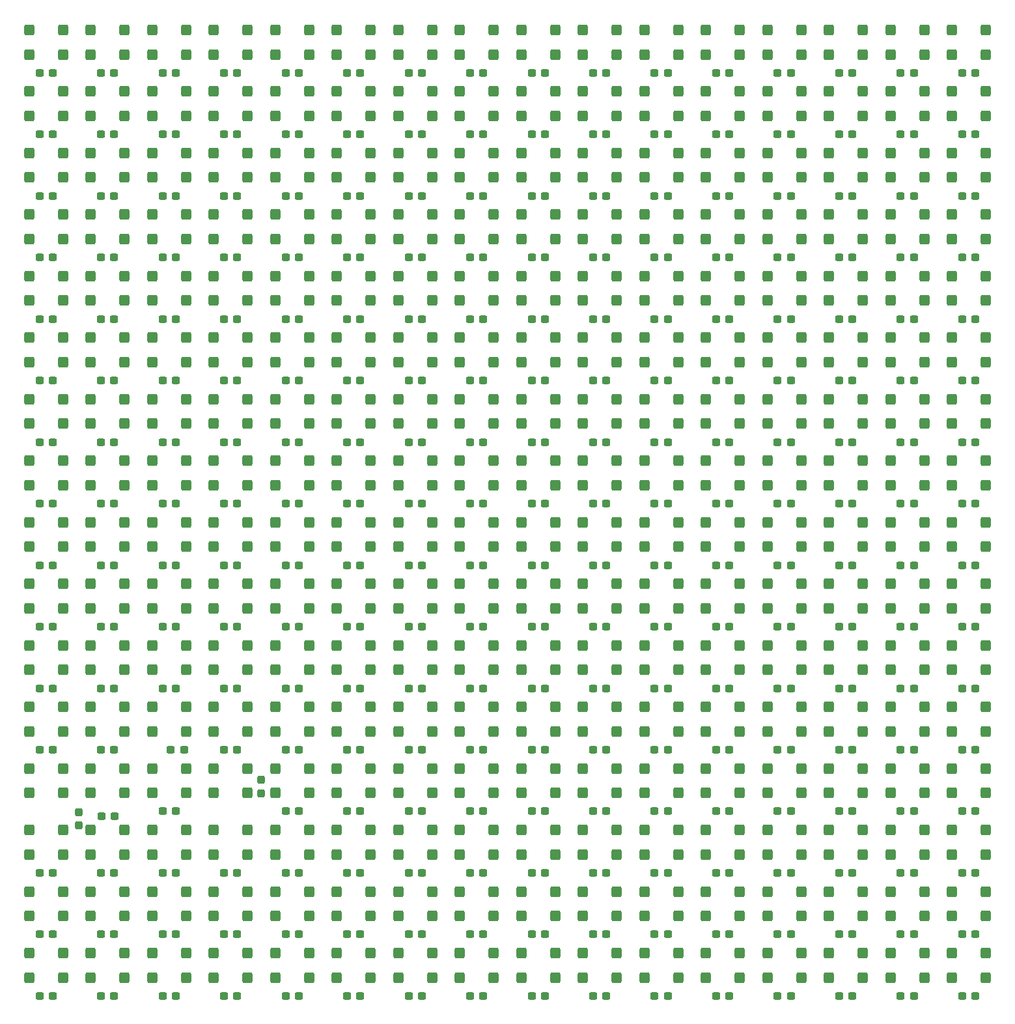
<source format=gbr>
%TF.GenerationSoftware,KiCad,Pcbnew,9.0.2*%
%TF.CreationDate,2025-08-09T14:49:17-05:00*%
%TF.ProjectId,led_matrix,6c65645f-6d61-4747-9269-782e6b696361,rev?*%
%TF.SameCoordinates,Original*%
%TF.FileFunction,Soldermask,Top*%
%TF.FilePolarity,Negative*%
%FSLAX46Y46*%
G04 Gerber Fmt 4.6, Leading zero omitted, Abs format (unit mm)*
G04 Created by KiCad (PCBNEW 9.0.2) date 2025-08-09 14:49:17*
%MOMM*%
%LPD*%
G01*
G04 APERTURE LIST*
G04 Aperture macros list*
%AMRoundRect*
0 Rectangle with rounded corners*
0 $1 Rounding radius*
0 $2 $3 $4 $5 $6 $7 $8 $9 X,Y pos of 4 corners*
0 Add a 4 corners polygon primitive as box body*
4,1,4,$2,$3,$4,$5,$6,$7,$8,$9,$2,$3,0*
0 Add four circle primitives for the rounded corners*
1,1,$1+$1,$2,$3*
1,1,$1+$1,$4,$5*
1,1,$1+$1,$6,$7*
1,1,$1+$1,$8,$9*
0 Add four rect primitives between the rounded corners*
20,1,$1+$1,$2,$3,$4,$5,0*
20,1,$1+$1,$4,$5,$6,$7,0*
20,1,$1+$1,$6,$7,$8,$9,0*
20,1,$1+$1,$8,$9,$2,$3,0*%
G04 Aperture macros list end*
%ADD10RoundRect,0.237500X0.300000X0.237500X-0.300000X0.237500X-0.300000X-0.237500X0.300000X-0.237500X0*%
%ADD11RoundRect,0.195000X0.455000X0.505000X-0.455000X0.505000X-0.455000X-0.505000X0.455000X-0.505000X0*%
%ADD12RoundRect,0.237500X0.237500X-0.300000X0.237500X0.300000X-0.237500X0.300000X-0.237500X-0.300000X0*%
%ADD13RoundRect,0.237500X-0.237500X0.300000X-0.237500X-0.300000X0.237500X-0.300000X0.237500X0.300000X0*%
G04 APERTURE END LIST*
D10*
%TO.C,C25*%
X115862500Y-45000000D03*
X114137500Y-45000000D03*
%TD*%
D11*
%TO.C,D136*%
X109200000Y-98620000D03*
X109200000Y-95420000D03*
X104800000Y-95420000D03*
X104800000Y-98620000D03*
%TD*%
D10*
%TO.C,C14*%
X155862500Y-37000000D03*
X154137500Y-37000000D03*
%TD*%
D11*
%TO.C,D235*%
X133200000Y-146620000D03*
X133200000Y-143420000D03*
X128800000Y-143420000D03*
X128800000Y-146620000D03*
%TD*%
%TO.C,D126*%
X157200000Y-90620000D03*
X157200000Y-87420000D03*
X152800000Y-87420000D03*
X152800000Y-90620000D03*
%TD*%
D10*
%TO.C,C171*%
X131862500Y-117000000D03*
X130137500Y-117000000D03*
%TD*%
%TO.C,C177*%
X51862500Y-125000000D03*
X50137500Y-125000000D03*
%TD*%
%TO.C,C61*%
X147862500Y-61000000D03*
X146137500Y-61000000D03*
%TD*%
D11*
%TO.C,D114*%
X61200000Y-90620000D03*
X61200000Y-87420000D03*
X56800000Y-87420000D03*
X56800000Y-90620000D03*
%TD*%
D10*
%TO.C,C189*%
X147862500Y-125000000D03*
X146137500Y-125000000D03*
%TD*%
D11*
%TO.C,D223*%
X165200000Y-138620000D03*
X165200000Y-135420000D03*
X160800000Y-135420000D03*
X160800000Y-138620000D03*
%TD*%
D10*
%TO.C,C245*%
X83862500Y-157000000D03*
X82137500Y-157000000D03*
%TD*%
%TO.C,C44*%
X139862500Y-53000000D03*
X138137500Y-53000000D03*
%TD*%
D11*
%TO.C,D34*%
X61200000Y-50620000D03*
X61200000Y-47420000D03*
X56800000Y-47420000D03*
X56800000Y-50620000D03*
%TD*%
%TO.C,D111*%
X165200000Y-82620000D03*
X165200000Y-79420000D03*
X160800000Y-79420000D03*
X160800000Y-82620000D03*
%TD*%
D10*
%TO.C,C49*%
X51862500Y-61000000D03*
X50137500Y-61000000D03*
%TD*%
D11*
%TO.C,D195*%
X69200000Y-130620000D03*
X69200000Y-127420000D03*
X64800000Y-127420000D03*
X64800000Y-130620000D03*
%TD*%
D10*
%TO.C,C96*%
X171862500Y-77000000D03*
X170137500Y-77000000D03*
%TD*%
%TO.C,C32*%
X171862500Y-45000000D03*
X170137500Y-45000000D03*
%TD*%
D11*
%TO.C,D35*%
X69200000Y-50620000D03*
X69200000Y-47420000D03*
X64800000Y-47420000D03*
X64800000Y-50620000D03*
%TD*%
D10*
%TO.C,C23*%
X99862500Y-45000000D03*
X98137500Y-45000000D03*
%TD*%
D11*
%TO.C,D15*%
X165200000Y-34620000D03*
X165200000Y-31420000D03*
X160800000Y-31420000D03*
X160800000Y-34620000D03*
%TD*%
D10*
%TO.C,C142*%
X155862500Y-101000000D03*
X154137500Y-101000000D03*
%TD*%
%TO.C,C22*%
X91862500Y-45000000D03*
X90137500Y-45000000D03*
%TD*%
D11*
%TO.C,D72*%
X109200000Y-66620000D03*
X109200000Y-63420000D03*
X104800000Y-63420000D03*
X104800000Y-66620000D03*
%TD*%
D10*
%TO.C,C125*%
X147862500Y-93000000D03*
X146137500Y-93000000D03*
%TD*%
%TO.C,C210*%
X59862500Y-141000000D03*
X58137500Y-141000000D03*
%TD*%
D11*
%TO.C,D96*%
X173200000Y-74620000D03*
X173200000Y-71420000D03*
X168800000Y-71420000D03*
X168800000Y-74620000D03*
%TD*%
%TO.C,D203*%
X133200000Y-130620000D03*
X133200000Y-127420000D03*
X128800000Y-127420000D03*
X128800000Y-130620000D03*
%TD*%
D10*
%TO.C,C106*%
X123862500Y-85000000D03*
X122137500Y-85000000D03*
%TD*%
%TO.C,C78*%
X155862500Y-69000000D03*
X154137500Y-69000000D03*
%TD*%
%TO.C,C34*%
X59862500Y-53000000D03*
X58137500Y-53000000D03*
%TD*%
D11*
%TO.C,D233*%
X117200000Y-146620000D03*
X117200000Y-143420000D03*
X112800000Y-143420000D03*
X112800000Y-146620000D03*
%TD*%
D10*
%TO.C,C69*%
X83862500Y-69000000D03*
X82137500Y-69000000D03*
%TD*%
D11*
%TO.C,D133*%
X85200000Y-98620000D03*
X85200000Y-95420000D03*
X80800000Y-95420000D03*
X80800000Y-98620000D03*
%TD*%
%TO.C,D98*%
X61200000Y-82620000D03*
X61200000Y-79420000D03*
X56800000Y-79420000D03*
X56800000Y-82620000D03*
%TD*%
%TO.C,D166*%
X93200000Y-114620000D03*
X93200000Y-111420000D03*
X88800000Y-111420000D03*
X88800000Y-114620000D03*
%TD*%
%TO.C,D17*%
X53200000Y-42620000D03*
X53200000Y-39420000D03*
X48800000Y-39420000D03*
X48800000Y-42620000D03*
%TD*%
D10*
%TO.C,C115*%
X67862500Y-93000000D03*
X66137500Y-93000000D03*
%TD*%
%TO.C,C20*%
X75862500Y-45000000D03*
X74137500Y-45000000D03*
%TD*%
D11*
%TO.C,D217*%
X117200000Y-138620000D03*
X117200000Y-135420000D03*
X112800000Y-135420000D03*
X112800000Y-138620000D03*
%TD*%
D10*
%TO.C,C26*%
X123862500Y-45000000D03*
X122137500Y-45000000D03*
%TD*%
D11*
%TO.C,D117*%
X85200000Y-90620000D03*
X85200000Y-87420000D03*
X80800000Y-87420000D03*
X80800000Y-90620000D03*
%TD*%
D10*
%TO.C,C101*%
X83862500Y-85000000D03*
X82137500Y-85000000D03*
%TD*%
D11*
%TO.C,D245*%
X85200000Y-154620000D03*
X85200000Y-151420000D03*
X80800000Y-151420000D03*
X80800000Y-154620000D03*
%TD*%
%TO.C,D18*%
X61200000Y-42620000D03*
X61200000Y-39420000D03*
X56800000Y-39420000D03*
X56800000Y-42620000D03*
%TD*%
%TO.C,D174*%
X157200000Y-114620000D03*
X157200000Y-111420000D03*
X152800000Y-111420000D03*
X152800000Y-114620000D03*
%TD*%
D10*
%TO.C,C229*%
X83862500Y-149000000D03*
X82137500Y-149000000D03*
%TD*%
%TO.C,C185*%
X115862500Y-125000000D03*
X114137500Y-125000000D03*
%TD*%
D11*
%TO.C,D49*%
X53200000Y-58620000D03*
X53200000Y-55420000D03*
X48800000Y-55420000D03*
X48800000Y-58620000D03*
%TD*%
D10*
%TO.C,C82*%
X59862500Y-77000000D03*
X58137500Y-77000000D03*
%TD*%
%TO.C,C199*%
X99862500Y-133000000D03*
X98137500Y-133000000D03*
%TD*%
D11*
%TO.C,D172*%
X141200000Y-114620000D03*
X141200000Y-111420000D03*
X136800000Y-111420000D03*
X136800000Y-114620000D03*
%TD*%
%TO.C,D115*%
X69200000Y-90620000D03*
X69200000Y-87420000D03*
X64800000Y-87420000D03*
X64800000Y-90620000D03*
%TD*%
%TO.C,D176*%
X173200000Y-114620000D03*
X173200000Y-111420000D03*
X168800000Y-111420000D03*
X168800000Y-114620000D03*
%TD*%
%TO.C,D107*%
X133200000Y-82620000D03*
X133200000Y-79420000D03*
X128800000Y-79420000D03*
X128800000Y-82620000D03*
%TD*%
%TO.C,D57*%
X117200000Y-58620000D03*
X117200000Y-55420000D03*
X112800000Y-55420000D03*
X112800000Y-58620000D03*
%TD*%
%TO.C,D10*%
X125200000Y-34620000D03*
X125200000Y-31420000D03*
X120800000Y-31420000D03*
X120800000Y-34620000D03*
%TD*%
%TO.C,D79*%
X165200000Y-66620000D03*
X165200000Y-63420000D03*
X160800000Y-63420000D03*
X160800000Y-66620000D03*
%TD*%
%TO.C,D134*%
X93200000Y-98620000D03*
X93200000Y-95420000D03*
X88800000Y-95420000D03*
X88800000Y-98620000D03*
%TD*%
%TO.C,D148*%
X77200000Y-106620000D03*
X77200000Y-103420000D03*
X72800000Y-103420000D03*
X72800000Y-106620000D03*
%TD*%
D10*
%TO.C,C184*%
X107862500Y-125000000D03*
X106137500Y-125000000D03*
%TD*%
D11*
%TO.C,D179*%
X69200000Y-122620000D03*
X69200000Y-119420000D03*
X64800000Y-119420000D03*
X64800000Y-122620000D03*
%TD*%
%TO.C,D73*%
X117200000Y-66620000D03*
X117200000Y-63420000D03*
X112800000Y-63420000D03*
X112800000Y-66620000D03*
%TD*%
%TO.C,D45*%
X149200000Y-50620000D03*
X149200000Y-47420000D03*
X144800000Y-47420000D03*
X144800000Y-50620000D03*
%TD*%
%TO.C,D59*%
X133200000Y-58620000D03*
X133200000Y-55420000D03*
X128800000Y-55420000D03*
X128800000Y-58620000D03*
%TD*%
%TO.C,D222*%
X157200000Y-138620000D03*
X157200000Y-135420000D03*
X152800000Y-135420000D03*
X152800000Y-138620000D03*
%TD*%
D10*
%TO.C,C117*%
X83862500Y-93000000D03*
X82137500Y-93000000D03*
%TD*%
%TO.C,C2*%
X59862500Y-37000000D03*
X58137500Y-37000000D03*
%TD*%
D11*
%TO.C,D178*%
X61200000Y-122620000D03*
X61200000Y-119420000D03*
X56800000Y-119420000D03*
X56800000Y-122620000D03*
%TD*%
%TO.C,D181*%
X85200000Y-122620000D03*
X85200000Y-119420000D03*
X80800000Y-119420000D03*
X80800000Y-122620000D03*
%TD*%
D10*
%TO.C,C218*%
X123862500Y-141000000D03*
X122137500Y-141000000D03*
%TD*%
D11*
%TO.C,D254*%
X157200000Y-154620000D03*
X157200000Y-151420000D03*
X152800000Y-151420000D03*
X152800000Y-154620000D03*
%TD*%
D10*
%TO.C,C100*%
X75862500Y-85000000D03*
X74137500Y-85000000D03*
%TD*%
%TO.C,C3*%
X67862500Y-37000000D03*
X66137500Y-37000000D03*
%TD*%
D11*
%TO.C,D152*%
X109200000Y-106620000D03*
X109200000Y-103420000D03*
X104800000Y-103420000D03*
X104800000Y-106620000D03*
%TD*%
%TO.C,D8*%
X109200000Y-34620000D03*
X109200000Y-31420000D03*
X104800000Y-31420000D03*
X104800000Y-34620000D03*
%TD*%
%TO.C,D5*%
X85200000Y-34620000D03*
X85200000Y-31420000D03*
X80800000Y-31420000D03*
X80800000Y-34620000D03*
%TD*%
%TO.C,D51*%
X69200000Y-58620000D03*
X69200000Y-55420000D03*
X64800000Y-55420000D03*
X64800000Y-58620000D03*
%TD*%
%TO.C,D237*%
X149200000Y-146620000D03*
X149200000Y-143420000D03*
X144800000Y-143420000D03*
X144800000Y-146620000D03*
%TD*%
%TO.C,D154*%
X125200000Y-106620000D03*
X125200000Y-103420000D03*
X120800000Y-103420000D03*
X120800000Y-106620000D03*
%TD*%
D10*
%TO.C,C137*%
X115862500Y-101000000D03*
X114137500Y-101000000D03*
%TD*%
%TO.C,C46*%
X155862500Y-53000000D03*
X154137500Y-53000000D03*
%TD*%
D11*
%TO.C,D146*%
X61200000Y-106620000D03*
X61200000Y-103420000D03*
X56800000Y-103420000D03*
X56800000Y-106620000D03*
%TD*%
D10*
%TO.C,C217*%
X115862500Y-141000000D03*
X114137500Y-141000000D03*
%TD*%
%TO.C,C231*%
X99862500Y-149000000D03*
X98137500Y-149000000D03*
%TD*%
%TO.C,C150*%
X91862500Y-109000000D03*
X90137500Y-109000000D03*
%TD*%
%TO.C,C36*%
X75862500Y-53000000D03*
X74137500Y-53000000D03*
%TD*%
D11*
%TO.C,D248*%
X109200000Y-154620000D03*
X109200000Y-151420000D03*
X104800000Y-151420000D03*
X104800000Y-154620000D03*
%TD*%
D10*
%TO.C,C161*%
X51862500Y-117000000D03*
X50137500Y-117000000D03*
%TD*%
%TO.C,C213*%
X83862500Y-141000000D03*
X82137500Y-141000000D03*
%TD*%
D11*
%TO.C,D110*%
X157200000Y-82620000D03*
X157200000Y-79420000D03*
X152800000Y-79420000D03*
X152800000Y-82620000D03*
%TD*%
D10*
%TO.C,C225*%
X51862500Y-149000000D03*
X50137500Y-149000000D03*
%TD*%
%TO.C,C33*%
X51862500Y-53000000D03*
X50137500Y-53000000D03*
%TD*%
%TO.C,C99*%
X67862500Y-85000000D03*
X66137500Y-85000000D03*
%TD*%
D11*
%TO.C,D158*%
X157200000Y-106620000D03*
X157200000Y-103420000D03*
X152800000Y-103420000D03*
X152800000Y-106620000D03*
%TD*%
D10*
%TO.C,C56*%
X107862500Y-61000000D03*
X106137500Y-61000000D03*
%TD*%
D11*
%TO.C,D151*%
X101200000Y-106620000D03*
X101200000Y-103420000D03*
X96800000Y-103420000D03*
X96800000Y-106620000D03*
%TD*%
D10*
%TO.C,C160*%
X171862500Y-109000000D03*
X170137500Y-109000000D03*
%TD*%
D11*
%TO.C,D46*%
X157200000Y-50620000D03*
X157200000Y-47420000D03*
X152800000Y-47420000D03*
X152800000Y-50620000D03*
%TD*%
D10*
%TO.C,C249*%
X115862500Y-157000000D03*
X114137500Y-157000000D03*
%TD*%
D11*
%TO.C,D247*%
X101200000Y-154620000D03*
X101200000Y-151420000D03*
X96800000Y-151420000D03*
X96800000Y-154620000D03*
%TD*%
D10*
%TO.C,C242*%
X59862500Y-157000000D03*
X58137500Y-157000000D03*
%TD*%
%TO.C,C80*%
X171862500Y-69000000D03*
X170137500Y-69000000D03*
%TD*%
D11*
%TO.C,D156*%
X141200000Y-106620000D03*
X141200000Y-103420000D03*
X136800000Y-103420000D03*
X136800000Y-106620000D03*
%TD*%
%TO.C,D27*%
X133200000Y-42620000D03*
X133200000Y-39420000D03*
X128800000Y-39420000D03*
X128800000Y-42620000D03*
%TD*%
D10*
%TO.C,C135*%
X99862500Y-101000000D03*
X98137500Y-101000000D03*
%TD*%
%TO.C,C206*%
X155862500Y-133000000D03*
X154137500Y-133000000D03*
%TD*%
D11*
%TO.C,D39*%
X101200000Y-50620000D03*
X101200000Y-47420000D03*
X96800000Y-47420000D03*
X96800000Y-50620000D03*
%TD*%
%TO.C,D48*%
X173200000Y-50620000D03*
X173200000Y-47420000D03*
X168800000Y-47420000D03*
X168800000Y-50620000D03*
%TD*%
D10*
%TO.C,C87*%
X99862500Y-77000000D03*
X98137500Y-77000000D03*
%TD*%
%TO.C,C174*%
X155862500Y-117000000D03*
X154137500Y-117000000D03*
%TD*%
D11*
%TO.C,D109*%
X149200000Y-82620000D03*
X149200000Y-79420000D03*
X144800000Y-79420000D03*
X144800000Y-82620000D03*
%TD*%
%TO.C,D87*%
X101200000Y-74620000D03*
X101200000Y-71420000D03*
X96800000Y-71420000D03*
X96800000Y-74620000D03*
%TD*%
D10*
%TO.C,C124*%
X139862500Y-93000000D03*
X138137500Y-93000000D03*
%TD*%
%TO.C,C58*%
X123862500Y-61000000D03*
X122137500Y-61000000D03*
%TD*%
D11*
%TO.C,D84*%
X77200000Y-74620000D03*
X77200000Y-71420000D03*
X72800000Y-71420000D03*
X72800000Y-74620000D03*
%TD*%
D10*
%TO.C,C204*%
X139862500Y-133000000D03*
X138137500Y-133000000D03*
%TD*%
D11*
%TO.C,D50*%
X61200000Y-58620000D03*
X61200000Y-55420000D03*
X56800000Y-55420000D03*
X56800000Y-58620000D03*
%TD*%
D10*
%TO.C,C166*%
X91862500Y-117000000D03*
X90137500Y-117000000D03*
%TD*%
%TO.C,C13*%
X147862500Y-37000000D03*
X146137500Y-37000000D03*
%TD*%
D11*
%TO.C,D246*%
X93200000Y-154620000D03*
X93200000Y-151420000D03*
X88800000Y-151420000D03*
X88800000Y-154620000D03*
%TD*%
D10*
%TO.C,C140*%
X139862500Y-101000000D03*
X138137500Y-101000000D03*
%TD*%
D11*
%TO.C,D190*%
X157200000Y-122620000D03*
X157200000Y-119420000D03*
X152800000Y-119420000D03*
X152800000Y-122620000D03*
%TD*%
%TO.C,D250*%
X125200000Y-154620000D03*
X125200000Y-151420000D03*
X120800000Y-151420000D03*
X120800000Y-154620000D03*
%TD*%
D10*
%TO.C,C31*%
X163862500Y-45000000D03*
X162137500Y-45000000D03*
%TD*%
%TO.C,C8*%
X107862500Y-37000000D03*
X106137500Y-37000000D03*
%TD*%
%TO.C,C131*%
X67862500Y-101000000D03*
X66137500Y-101000000D03*
%TD*%
D11*
%TO.C,D61*%
X149200000Y-58620000D03*
X149200000Y-55420000D03*
X144800000Y-55420000D03*
X144800000Y-58620000D03*
%TD*%
D10*
%TO.C,C221*%
X147862500Y-141000000D03*
X146137500Y-141000000D03*
%TD*%
D11*
%TO.C,D132*%
X77200000Y-98620000D03*
X77200000Y-95420000D03*
X72800000Y-95420000D03*
X72800000Y-98620000D03*
%TD*%
%TO.C,D99*%
X69200000Y-82620000D03*
X69200000Y-79420000D03*
X64800000Y-79420000D03*
X64800000Y-82620000D03*
%TD*%
D10*
%TO.C,C86*%
X91862500Y-77000000D03*
X90137500Y-77000000D03*
%TD*%
D11*
%TO.C,D26*%
X125200000Y-42620000D03*
X125200000Y-39420000D03*
X120800000Y-39420000D03*
X120800000Y-42620000D03*
%TD*%
D10*
%TO.C,C9*%
X115862500Y-37000000D03*
X114137500Y-37000000D03*
%TD*%
%TO.C,C244*%
X75862500Y-157000000D03*
X74137500Y-157000000D03*
%TD*%
D11*
%TO.C,D129*%
X53200000Y-98620000D03*
X53200000Y-95420000D03*
X48800000Y-95420000D03*
X48800000Y-98620000D03*
%TD*%
D10*
%TO.C,C114*%
X59862500Y-93000000D03*
X58137500Y-93000000D03*
%TD*%
D11*
%TO.C,D232*%
X109200000Y-146620000D03*
X109200000Y-143420000D03*
X104800000Y-143420000D03*
X104800000Y-146620000D03*
%TD*%
%TO.C,D47*%
X165200000Y-50620000D03*
X165200000Y-47420000D03*
X160800000Y-47420000D03*
X160800000Y-50620000D03*
%TD*%
D10*
%TO.C,C158*%
X155862500Y-109000000D03*
X154137500Y-109000000D03*
%TD*%
%TO.C,C57*%
X115862500Y-61000000D03*
X114137500Y-61000000D03*
%TD*%
%TO.C,C11*%
X131862500Y-37000000D03*
X130137500Y-37000000D03*
%TD*%
D11*
%TO.C,D189*%
X149200000Y-122620000D03*
X149200000Y-119420000D03*
X144800000Y-119420000D03*
X144800000Y-122620000D03*
%TD*%
%TO.C,D140*%
X141200000Y-98620000D03*
X141200000Y-95420000D03*
X136800000Y-95420000D03*
X136800000Y-98620000D03*
%TD*%
%TO.C,D252*%
X141200000Y-154620000D03*
X141200000Y-151420000D03*
X136800000Y-151420000D03*
X136800000Y-154620000D03*
%TD*%
%TO.C,D22*%
X93200000Y-42620000D03*
X93200000Y-39420000D03*
X88800000Y-39420000D03*
X88800000Y-42620000D03*
%TD*%
D10*
%TO.C,C102*%
X91862500Y-85000000D03*
X90137500Y-85000000D03*
%TD*%
D11*
%TO.C,D200*%
X109200000Y-130620000D03*
X109200000Y-127420000D03*
X104800000Y-127420000D03*
X104800000Y-130620000D03*
%TD*%
%TO.C,D177*%
X53200000Y-122620000D03*
X53200000Y-119420000D03*
X48800000Y-119420000D03*
X48800000Y-122620000D03*
%TD*%
%TO.C,D149*%
X85200000Y-106620000D03*
X85200000Y-103420000D03*
X80800000Y-103420000D03*
X80800000Y-106620000D03*
%TD*%
%TO.C,D80*%
X173200000Y-66620000D03*
X173200000Y-63420000D03*
X168800000Y-63420000D03*
X168800000Y-66620000D03*
%TD*%
%TO.C,D2*%
X61200000Y-34620000D03*
X61200000Y-31420000D03*
X56800000Y-31420000D03*
X56800000Y-34620000D03*
%TD*%
%TO.C,D97*%
X53200000Y-82620000D03*
X53200000Y-79420000D03*
X48800000Y-79420000D03*
X48800000Y-82620000D03*
%TD*%
D10*
%TO.C,C155*%
X131862500Y-109000000D03*
X130137500Y-109000000D03*
%TD*%
%TO.C,C1*%
X51862500Y-37000000D03*
X50137500Y-37000000D03*
%TD*%
D11*
%TO.C,D137*%
X117200000Y-98620000D03*
X117200000Y-95420000D03*
X112800000Y-95420000D03*
X112800000Y-98620000D03*
%TD*%
D10*
%TO.C,C105*%
X115862500Y-85000000D03*
X114137500Y-85000000D03*
%TD*%
D11*
%TO.C,D16*%
X173200000Y-34620000D03*
X173200000Y-31420000D03*
X168800000Y-31420000D03*
X168800000Y-34620000D03*
%TD*%
D10*
%TO.C,C255*%
X163862500Y-157000000D03*
X162137500Y-157000000D03*
%TD*%
D11*
%TO.C,D209*%
X53200000Y-138620000D03*
X53200000Y-135420000D03*
X48800000Y-135420000D03*
X48800000Y-138620000D03*
%TD*%
%TO.C,D242*%
X61200000Y-154620000D03*
X61200000Y-151420000D03*
X56800000Y-151420000D03*
X56800000Y-154620000D03*
%TD*%
D10*
%TO.C,C237*%
X147862500Y-149000000D03*
X146137500Y-149000000D03*
%TD*%
D11*
%TO.C,D62*%
X157200000Y-58620000D03*
X157200000Y-55420000D03*
X152800000Y-55420000D03*
X152800000Y-58620000D03*
%TD*%
D10*
%TO.C,C104*%
X107862500Y-85000000D03*
X106137500Y-85000000D03*
%TD*%
D11*
%TO.C,D251*%
X133200000Y-154620000D03*
X133200000Y-151420000D03*
X128800000Y-151420000D03*
X128800000Y-154620000D03*
%TD*%
D10*
%TO.C,C85*%
X83862500Y-77000000D03*
X82137500Y-77000000D03*
%TD*%
%TO.C,C30*%
X155862500Y-45000000D03*
X154137500Y-45000000D03*
%TD*%
%TO.C,C27*%
X131862500Y-45000000D03*
X130137500Y-45000000D03*
%TD*%
D11*
%TO.C,D65*%
X53200000Y-66620000D03*
X53200000Y-63420000D03*
X48800000Y-63420000D03*
X48800000Y-66620000D03*
%TD*%
%TO.C,D30*%
X157200000Y-42620000D03*
X157200000Y-39420000D03*
X152800000Y-39420000D03*
X152800000Y-42620000D03*
%TD*%
%TO.C,D33*%
X53200000Y-50620000D03*
X53200000Y-47420000D03*
X48800000Y-47420000D03*
X48800000Y-50620000D03*
%TD*%
D10*
%TO.C,C194*%
X59917500Y-133604000D03*
X58192500Y-133604000D03*
%TD*%
D11*
%TO.C,D102*%
X93200000Y-82620000D03*
X93200000Y-79420000D03*
X88800000Y-79420000D03*
X88800000Y-82620000D03*
%TD*%
D10*
%TO.C,C147*%
X67862500Y-109000000D03*
X66137500Y-109000000D03*
%TD*%
D11*
%TO.C,D13*%
X149200000Y-34620000D03*
X149200000Y-31420000D03*
X144800000Y-31420000D03*
X144800000Y-34620000D03*
%TD*%
D10*
%TO.C,C18*%
X59862500Y-45000000D03*
X58137500Y-45000000D03*
%TD*%
%TO.C,C66*%
X59862500Y-69000000D03*
X58137500Y-69000000D03*
%TD*%
D11*
%TO.C,D60*%
X141200000Y-58620000D03*
X141200000Y-55420000D03*
X136800000Y-55420000D03*
X136800000Y-58620000D03*
%TD*%
D10*
%TO.C,C170*%
X123862500Y-117000000D03*
X122137500Y-117000000D03*
%TD*%
%TO.C,C29*%
X147862500Y-45000000D03*
X146137500Y-45000000D03*
%TD*%
%TO.C,C62*%
X155862500Y-61000000D03*
X154137500Y-61000000D03*
%TD*%
%TO.C,C222*%
X155862500Y-141000000D03*
X154137500Y-141000000D03*
%TD*%
%TO.C,C7*%
X99862500Y-37000000D03*
X98137500Y-37000000D03*
%TD*%
%TO.C,C198*%
X91862500Y-133000000D03*
X90137500Y-133000000D03*
%TD*%
%TO.C,C240*%
X171862500Y-149000000D03*
X170137500Y-149000000D03*
%TD*%
D11*
%TO.C,D3*%
X69200000Y-34620000D03*
X69200000Y-31420000D03*
X64800000Y-31420000D03*
X64800000Y-34620000D03*
%TD*%
%TO.C,D120*%
X109200000Y-90620000D03*
X109200000Y-87420000D03*
X104800000Y-87420000D03*
X104800000Y-90620000D03*
%TD*%
%TO.C,D255*%
X165200000Y-154620000D03*
X165200000Y-151420000D03*
X160800000Y-151420000D03*
X160800000Y-154620000D03*
%TD*%
%TO.C,D175*%
X165200000Y-114620000D03*
X165200000Y-111420000D03*
X160800000Y-111420000D03*
X160800000Y-114620000D03*
%TD*%
D10*
%TO.C,C179*%
X68934500Y-125000000D03*
X67209500Y-125000000D03*
%TD*%
%TO.C,C113*%
X51862500Y-93000000D03*
X50137500Y-93000000D03*
%TD*%
D11*
%TO.C,D229*%
X85200000Y-146620000D03*
X85200000Y-143420000D03*
X80800000Y-143420000D03*
X80800000Y-146620000D03*
%TD*%
D10*
%TO.C,C175*%
X163862500Y-117000000D03*
X162137500Y-117000000D03*
%TD*%
D11*
%TO.C,D171*%
X133200000Y-114620000D03*
X133200000Y-111420000D03*
X128800000Y-111420000D03*
X128800000Y-114620000D03*
%TD*%
%TO.C,D100*%
X77200000Y-82620000D03*
X77200000Y-79420000D03*
X72800000Y-79420000D03*
X72800000Y-82620000D03*
%TD*%
D10*
%TO.C,C145*%
X51862500Y-109000000D03*
X50137500Y-109000000D03*
%TD*%
D11*
%TO.C,D125*%
X149200000Y-90620000D03*
X149200000Y-87420000D03*
X144800000Y-87420000D03*
X144800000Y-90620000D03*
%TD*%
D10*
%TO.C,C232*%
X107862500Y-149000000D03*
X106137500Y-149000000D03*
%TD*%
D11*
%TO.C,D123*%
X133200000Y-90620000D03*
X133200000Y-87420000D03*
X128800000Y-87420000D03*
X128800000Y-90620000D03*
%TD*%
%TO.C,D139*%
X133200000Y-98620000D03*
X133200000Y-95420000D03*
X128800000Y-95420000D03*
X128800000Y-98620000D03*
%TD*%
D10*
%TO.C,C247*%
X99862500Y-157000000D03*
X98137500Y-157000000D03*
%TD*%
D11*
%TO.C,D121*%
X117200000Y-90620000D03*
X117200000Y-87420000D03*
X112800000Y-87420000D03*
X112800000Y-90620000D03*
%TD*%
%TO.C,D56*%
X109200000Y-58620000D03*
X109200000Y-55420000D03*
X104800000Y-55420000D03*
X104800000Y-58620000D03*
%TD*%
%TO.C,D193*%
X53200000Y-130620000D03*
X53200000Y-127420000D03*
X48800000Y-127420000D03*
X48800000Y-130620000D03*
%TD*%
%TO.C,D68*%
X77200000Y-66620000D03*
X77200000Y-63420000D03*
X72800000Y-63420000D03*
X72800000Y-66620000D03*
%TD*%
%TO.C,D55*%
X101200000Y-58620000D03*
X101200000Y-55420000D03*
X96800000Y-55420000D03*
X96800000Y-58620000D03*
%TD*%
%TO.C,D52*%
X77200000Y-58620000D03*
X77200000Y-55420000D03*
X72800000Y-55420000D03*
X72800000Y-58620000D03*
%TD*%
D10*
%TO.C,C47*%
X163862500Y-53000000D03*
X162137500Y-53000000D03*
%TD*%
%TO.C,C239*%
X163862500Y-149000000D03*
X162137500Y-149000000D03*
%TD*%
%TO.C,C214*%
X91862500Y-141000000D03*
X90137500Y-141000000D03*
%TD*%
D11*
%TO.C,D184*%
X109200000Y-122620000D03*
X109200000Y-119420000D03*
X104800000Y-119420000D03*
X104800000Y-122620000D03*
%TD*%
D10*
%TO.C,C139*%
X131862500Y-101000000D03*
X130137500Y-101000000D03*
%TD*%
%TO.C,C15*%
X163862500Y-37000000D03*
X162137500Y-37000000D03*
%TD*%
D11*
%TO.C,D230*%
X93200000Y-146620000D03*
X93200000Y-143420000D03*
X88800000Y-143420000D03*
X88800000Y-146620000D03*
%TD*%
%TO.C,D78*%
X157200000Y-66620000D03*
X157200000Y-63420000D03*
X152800000Y-63420000D03*
X152800000Y-66620000D03*
%TD*%
D10*
%TO.C,C234*%
X123862500Y-149000000D03*
X122137500Y-149000000D03*
%TD*%
D11*
%TO.C,D240*%
X173200000Y-146620000D03*
X173200000Y-143420000D03*
X168800000Y-143420000D03*
X168800000Y-146620000D03*
%TD*%
D10*
%TO.C,C17*%
X51862500Y-45000000D03*
X50137500Y-45000000D03*
%TD*%
D11*
%TO.C,D141*%
X149200000Y-98620000D03*
X149200000Y-95420000D03*
X144800000Y-95420000D03*
X144800000Y-98620000D03*
%TD*%
D10*
%TO.C,C111*%
X163862500Y-85000000D03*
X162137500Y-85000000D03*
%TD*%
D11*
%TO.C,D244*%
X77200000Y-154620000D03*
X77200000Y-151420000D03*
X72800000Y-151420000D03*
X72800000Y-154620000D03*
%TD*%
D10*
%TO.C,C75*%
X131862500Y-69000000D03*
X130137500Y-69000000D03*
%TD*%
%TO.C,C84*%
X75862500Y-77000000D03*
X74137500Y-77000000D03*
%TD*%
D11*
%TO.C,D161*%
X53200000Y-114620000D03*
X53200000Y-111420000D03*
X48800000Y-111420000D03*
X48800000Y-114620000D03*
%TD*%
%TO.C,D199*%
X101200000Y-130620000D03*
X101200000Y-127420000D03*
X96800000Y-127420000D03*
X96800000Y-130620000D03*
%TD*%
D10*
%TO.C,C94*%
X155862500Y-77000000D03*
X154137500Y-77000000D03*
%TD*%
%TO.C,C68*%
X75862500Y-69000000D03*
X74137500Y-69000000D03*
%TD*%
%TO.C,C216*%
X107862500Y-141000000D03*
X106137500Y-141000000D03*
%TD*%
%TO.C,C197*%
X83862500Y-133000000D03*
X82137500Y-133000000D03*
%TD*%
D11*
%TO.C,D94*%
X157200000Y-74620000D03*
X157200000Y-71420000D03*
X152800000Y-71420000D03*
X152800000Y-74620000D03*
%TD*%
D10*
%TO.C,C159*%
X163862500Y-109000000D03*
X162137500Y-109000000D03*
%TD*%
D11*
%TO.C,D191*%
X165200000Y-122620000D03*
X165200000Y-119420000D03*
X160800000Y-119420000D03*
X160800000Y-122620000D03*
%TD*%
%TO.C,D101*%
X85200000Y-82620000D03*
X85200000Y-79420000D03*
X80800000Y-79420000D03*
X80800000Y-82620000D03*
%TD*%
D10*
%TO.C,C215*%
X99862500Y-141000000D03*
X98137500Y-141000000D03*
%TD*%
%TO.C,C202*%
X123862500Y-133000000D03*
X122137500Y-133000000D03*
%TD*%
%TO.C,C119*%
X99862500Y-93000000D03*
X98137500Y-93000000D03*
%TD*%
%TO.C,C187*%
X131862500Y-125000000D03*
X130137500Y-125000000D03*
%TD*%
%TO.C,C40*%
X107862500Y-53000000D03*
X106137500Y-53000000D03*
%TD*%
D11*
%TO.C,D173*%
X149200000Y-114620000D03*
X149200000Y-111420000D03*
X144800000Y-111420000D03*
X144800000Y-114620000D03*
%TD*%
D10*
%TO.C,C151*%
X99862500Y-109000000D03*
X98137500Y-109000000D03*
%TD*%
D11*
%TO.C,D69*%
X85200000Y-66620000D03*
X85200000Y-63420000D03*
X80800000Y-63420000D03*
X80800000Y-66620000D03*
%TD*%
%TO.C,D180*%
X77200000Y-122620000D03*
X77200000Y-119420000D03*
X72800000Y-119420000D03*
X72800000Y-122620000D03*
%TD*%
%TO.C,D211*%
X69200000Y-138620000D03*
X69200000Y-135420000D03*
X64800000Y-135420000D03*
X64800000Y-138620000D03*
%TD*%
D10*
%TO.C,C238*%
X155862500Y-149000000D03*
X154137500Y-149000000D03*
%TD*%
%TO.C,C28*%
X139862500Y-45000000D03*
X138137500Y-45000000D03*
%TD*%
%TO.C,C172*%
X139862500Y-117000000D03*
X138137500Y-117000000D03*
%TD*%
D11*
%TO.C,D153*%
X117200000Y-106620000D03*
X117200000Y-103420000D03*
X112800000Y-103420000D03*
X112800000Y-106620000D03*
%TD*%
%TO.C,D216*%
X109200000Y-138620000D03*
X109200000Y-135420000D03*
X104800000Y-135420000D03*
X104800000Y-138620000D03*
%TD*%
D10*
%TO.C,C120*%
X107862500Y-93000000D03*
X106137500Y-93000000D03*
%TD*%
D11*
%TO.C,D66*%
X61200000Y-66620000D03*
X61200000Y-63420000D03*
X56800000Y-63420000D03*
X56800000Y-66620000D03*
%TD*%
%TO.C,D1*%
X53200000Y-34620000D03*
X53200000Y-31420000D03*
X48800000Y-31420000D03*
X48800000Y-34620000D03*
%TD*%
D10*
%TO.C,C243*%
X67862500Y-157000000D03*
X66137500Y-157000000D03*
%TD*%
D11*
%TO.C,D196*%
X77200000Y-130620000D03*
X77200000Y-127420000D03*
X72800000Y-127420000D03*
X72800000Y-130620000D03*
%TD*%
%TO.C,D70*%
X93200000Y-66620000D03*
X93200000Y-63420000D03*
X88800000Y-63420000D03*
X88800000Y-66620000D03*
%TD*%
%TO.C,D23*%
X101200000Y-42620000D03*
X101200000Y-39420000D03*
X96800000Y-39420000D03*
X96800000Y-42620000D03*
%TD*%
%TO.C,D19*%
X69200000Y-42620000D03*
X69200000Y-39420000D03*
X64800000Y-39420000D03*
X64800000Y-42620000D03*
%TD*%
D10*
%TO.C,C190*%
X155862500Y-125000000D03*
X154137500Y-125000000D03*
%TD*%
%TO.C,C63*%
X163862500Y-61000000D03*
X162137500Y-61000000D03*
%TD*%
D11*
%TO.C,D192*%
X173200000Y-122620000D03*
X173200000Y-119420000D03*
X168800000Y-119420000D03*
X168800000Y-122620000D03*
%TD*%
D10*
%TO.C,C77*%
X147862500Y-69000000D03*
X146137500Y-69000000D03*
%TD*%
D11*
%TO.C,D91*%
X133200000Y-74620000D03*
X133200000Y-71420000D03*
X128800000Y-71420000D03*
X128800000Y-74620000D03*
%TD*%
%TO.C,D162*%
X61200000Y-114620000D03*
X61200000Y-111420000D03*
X56800000Y-111420000D03*
X56800000Y-114620000D03*
%TD*%
%TO.C,D239*%
X165200000Y-146620000D03*
X165200000Y-143420000D03*
X160800000Y-143420000D03*
X160800000Y-146620000D03*
%TD*%
D10*
%TO.C,C164*%
X75862500Y-117000000D03*
X74137500Y-117000000D03*
%TD*%
%TO.C,C70*%
X91862500Y-69000000D03*
X90137500Y-69000000D03*
%TD*%
D11*
%TO.C,D58*%
X125200000Y-58620000D03*
X125200000Y-55420000D03*
X120800000Y-55420000D03*
X120800000Y-58620000D03*
%TD*%
%TO.C,D228*%
X77200000Y-146620000D03*
X77200000Y-143420000D03*
X72800000Y-143420000D03*
X72800000Y-146620000D03*
%TD*%
%TO.C,D113*%
X53200000Y-90620000D03*
X53200000Y-87420000D03*
X48800000Y-87420000D03*
X48800000Y-90620000D03*
%TD*%
%TO.C,D238*%
X157200000Y-146620000D03*
X157200000Y-143420000D03*
X152800000Y-143420000D03*
X152800000Y-146620000D03*
%TD*%
D10*
%TO.C,C41*%
X115862500Y-53000000D03*
X114137500Y-53000000D03*
%TD*%
%TO.C,C200*%
X107862500Y-133000000D03*
X106137500Y-133000000D03*
%TD*%
D11*
%TO.C,D92*%
X141200000Y-74620000D03*
X141200000Y-71420000D03*
X136800000Y-71420000D03*
X136800000Y-74620000D03*
%TD*%
D10*
%TO.C,C251*%
X131862500Y-157000000D03*
X130137500Y-157000000D03*
%TD*%
D11*
%TO.C,D104*%
X109200000Y-82620000D03*
X109200000Y-79420000D03*
X104800000Y-79420000D03*
X104800000Y-82620000D03*
%TD*%
D10*
%TO.C,C201*%
X115862500Y-133000000D03*
X114137500Y-133000000D03*
%TD*%
%TO.C,C149*%
X83862500Y-109000000D03*
X82137500Y-109000000D03*
%TD*%
D11*
%TO.C,D168*%
X109200000Y-114620000D03*
X109200000Y-111420000D03*
X104800000Y-111420000D03*
X104800000Y-114620000D03*
%TD*%
D10*
%TO.C,C163*%
X67862500Y-117000000D03*
X66137500Y-117000000D03*
%TD*%
D11*
%TO.C,D157*%
X149200000Y-106620000D03*
X149200000Y-103420000D03*
X144800000Y-103420000D03*
X144800000Y-106620000D03*
%TD*%
D10*
%TO.C,C248*%
X107862500Y-157000000D03*
X106137500Y-157000000D03*
%TD*%
%TO.C,C203*%
X131862500Y-133000000D03*
X130137500Y-133000000D03*
%TD*%
%TO.C,C233*%
X115862500Y-149000000D03*
X114137500Y-149000000D03*
%TD*%
D11*
%TO.C,D210*%
X61200000Y-138620000D03*
X61200000Y-135420000D03*
X56800000Y-135420000D03*
X56800000Y-138620000D03*
%TD*%
%TO.C,D147*%
X69200000Y-106620000D03*
X69200000Y-103420000D03*
X64800000Y-103420000D03*
X64800000Y-106620000D03*
%TD*%
D10*
%TO.C,C173*%
X147862500Y-117000000D03*
X146137500Y-117000000D03*
%TD*%
%TO.C,C50*%
X59862500Y-61000000D03*
X58137500Y-61000000D03*
%TD*%
D11*
%TO.C,D21*%
X85200000Y-42620000D03*
X85200000Y-39420000D03*
X80800000Y-39420000D03*
X80800000Y-42620000D03*
%TD*%
%TO.C,D218*%
X125200000Y-138620000D03*
X125200000Y-135420000D03*
X120800000Y-135420000D03*
X120800000Y-138620000D03*
%TD*%
D10*
%TO.C,C52*%
X75862500Y-61000000D03*
X74137500Y-61000000D03*
%TD*%
%TO.C,C107*%
X131862500Y-85000000D03*
X130137500Y-85000000D03*
%TD*%
%TO.C,C72*%
X107862500Y-69000000D03*
X106137500Y-69000000D03*
%TD*%
%TO.C,C64*%
X171862500Y-61000000D03*
X170137500Y-61000000D03*
%TD*%
D11*
%TO.C,D150*%
X93200000Y-106620000D03*
X93200000Y-103420000D03*
X88800000Y-103420000D03*
X88800000Y-106620000D03*
%TD*%
D10*
%TO.C,C92*%
X139862500Y-77000000D03*
X138137500Y-77000000D03*
%TD*%
D11*
%TO.C,D20*%
X77200000Y-42620000D03*
X77200000Y-39420000D03*
X72800000Y-39420000D03*
X72800000Y-42620000D03*
%TD*%
%TO.C,D205*%
X149200000Y-130620000D03*
X149200000Y-127420000D03*
X144800000Y-127420000D03*
X144800000Y-130620000D03*
%TD*%
%TO.C,D206*%
X157200000Y-130620000D03*
X157200000Y-127420000D03*
X152800000Y-127420000D03*
X152800000Y-130620000D03*
%TD*%
D10*
%TO.C,C43*%
X131862500Y-53000000D03*
X130137500Y-53000000D03*
%TD*%
%TO.C,C136*%
X107862500Y-101000000D03*
X106137500Y-101000000D03*
%TD*%
D11*
%TO.C,D241*%
X53200000Y-154620000D03*
X53200000Y-151420000D03*
X48800000Y-151420000D03*
X48800000Y-154620000D03*
%TD*%
D10*
%TO.C,C90*%
X123862500Y-77000000D03*
X122137500Y-77000000D03*
%TD*%
D11*
%TO.C,D164*%
X77200000Y-114620000D03*
X77200000Y-111420000D03*
X72800000Y-111420000D03*
X72800000Y-114620000D03*
%TD*%
%TO.C,D12*%
X141200000Y-34620000D03*
X141200000Y-31420000D03*
X136800000Y-31420000D03*
X136800000Y-34620000D03*
%TD*%
%TO.C,D37*%
X85200000Y-50620000D03*
X85200000Y-47420000D03*
X80800000Y-47420000D03*
X80800000Y-50620000D03*
%TD*%
D10*
%TO.C,C132*%
X75862500Y-101000000D03*
X74137500Y-101000000D03*
%TD*%
%TO.C,C65*%
X51862500Y-69000000D03*
X50137500Y-69000000D03*
%TD*%
%TO.C,C110*%
X155862500Y-85000000D03*
X154137500Y-85000000D03*
%TD*%
%TO.C,C220*%
X139862500Y-141000000D03*
X138137500Y-141000000D03*
%TD*%
%TO.C,C59*%
X131862500Y-61000000D03*
X130137500Y-61000000D03*
%TD*%
D11*
%TO.C,D243*%
X69200000Y-154620000D03*
X69200000Y-151420000D03*
X64800000Y-151420000D03*
X64800000Y-154620000D03*
%TD*%
%TO.C,D236*%
X141200000Y-146620000D03*
X141200000Y-143420000D03*
X136800000Y-143420000D03*
X136800000Y-146620000D03*
%TD*%
%TO.C,D225*%
X53200000Y-146620000D03*
X53200000Y-143420000D03*
X48800000Y-143420000D03*
X48800000Y-146620000D03*
%TD*%
%TO.C,D127*%
X165200000Y-90620000D03*
X165200000Y-87420000D03*
X160800000Y-87420000D03*
X160800000Y-90620000D03*
%TD*%
%TO.C,D38*%
X93200000Y-50620000D03*
X93200000Y-47420000D03*
X88800000Y-47420000D03*
X88800000Y-50620000D03*
%TD*%
D10*
%TO.C,C24*%
X107862500Y-45000000D03*
X106137500Y-45000000D03*
%TD*%
%TO.C,C162*%
X59862500Y-117000000D03*
X58137500Y-117000000D03*
%TD*%
%TO.C,C133*%
X83862500Y-101000000D03*
X82137500Y-101000000D03*
%TD*%
%TO.C,C95*%
X163862500Y-77000000D03*
X162137500Y-77000000D03*
%TD*%
%TO.C,C39*%
X99862500Y-53000000D03*
X98137500Y-53000000D03*
%TD*%
%TO.C,C76*%
X139862500Y-69000000D03*
X138137500Y-69000000D03*
%TD*%
%TO.C,C156*%
X139862500Y-109000000D03*
X138137500Y-109000000D03*
%TD*%
D11*
%TO.C,D155*%
X133200000Y-106620000D03*
X133200000Y-103420000D03*
X128800000Y-103420000D03*
X128800000Y-106620000D03*
%TD*%
%TO.C,D9*%
X117200000Y-34620000D03*
X117200000Y-31420000D03*
X112800000Y-31420000D03*
X112800000Y-34620000D03*
%TD*%
%TO.C,D256*%
X173200000Y-154620000D03*
X173200000Y-151420000D03*
X168800000Y-151420000D03*
X168800000Y-154620000D03*
%TD*%
%TO.C,D159*%
X165200000Y-106620000D03*
X165200000Y-103420000D03*
X160800000Y-103420000D03*
X160800000Y-106620000D03*
%TD*%
%TO.C,D118*%
X93200000Y-90620000D03*
X93200000Y-87420000D03*
X88800000Y-87420000D03*
X88800000Y-90620000D03*
%TD*%
%TO.C,D93*%
X149200000Y-74620000D03*
X149200000Y-71420000D03*
X144800000Y-71420000D03*
X144800000Y-74620000D03*
%TD*%
%TO.C,D143*%
X165200000Y-98620000D03*
X165200000Y-95420000D03*
X160800000Y-95420000D03*
X160800000Y-98620000D03*
%TD*%
D10*
%TO.C,C241*%
X51862500Y-157000000D03*
X50137500Y-157000000D03*
%TD*%
%TO.C,C10*%
X123862500Y-37000000D03*
X122137500Y-37000000D03*
%TD*%
%TO.C,C45*%
X147862500Y-53000000D03*
X146137500Y-53000000D03*
%TD*%
%TO.C,C116*%
X75862500Y-93000000D03*
X74137500Y-93000000D03*
%TD*%
D11*
%TO.C,D128*%
X173200000Y-90620000D03*
X173200000Y-87420000D03*
X168800000Y-87420000D03*
X168800000Y-90620000D03*
%TD*%
D10*
%TO.C,C152*%
X107862500Y-109000000D03*
X106137500Y-109000000D03*
%TD*%
D11*
%TO.C,D42*%
X125200000Y-50620000D03*
X125200000Y-47420000D03*
X120800000Y-47420000D03*
X120800000Y-50620000D03*
%TD*%
D10*
%TO.C,C230*%
X91862500Y-149000000D03*
X90137500Y-149000000D03*
%TD*%
D11*
%TO.C,D28*%
X141200000Y-42620000D03*
X141200000Y-39420000D03*
X136800000Y-39420000D03*
X136800000Y-42620000D03*
%TD*%
%TO.C,D165*%
X85200000Y-114620000D03*
X85200000Y-111420000D03*
X80800000Y-111420000D03*
X80800000Y-114620000D03*
%TD*%
%TO.C,D130*%
X61200000Y-98620000D03*
X61200000Y-95420000D03*
X56800000Y-95420000D03*
X56800000Y-98620000D03*
%TD*%
D10*
%TO.C,C138*%
X123862500Y-101000000D03*
X122137500Y-101000000D03*
%TD*%
D11*
%TO.C,D41*%
X117200000Y-50620000D03*
X117200000Y-47420000D03*
X112800000Y-47420000D03*
X112800000Y-50620000D03*
%TD*%
D10*
%TO.C,C207*%
X163862500Y-133000000D03*
X162137500Y-133000000D03*
%TD*%
D11*
%TO.C,D14*%
X157200000Y-34620000D03*
X157200000Y-31420000D03*
X152800000Y-31420000D03*
X152800000Y-34620000D03*
%TD*%
D10*
%TO.C,C236*%
X139862500Y-149000000D03*
X138137500Y-149000000D03*
%TD*%
%TO.C,C83*%
X67862500Y-77000000D03*
X66137500Y-77000000D03*
%TD*%
%TO.C,C148*%
X75862500Y-109000000D03*
X74137500Y-109000000D03*
%TD*%
D11*
%TO.C,D74*%
X125200000Y-66620000D03*
X125200000Y-63420000D03*
X120800000Y-63420000D03*
X120800000Y-66620000D03*
%TD*%
%TO.C,D197*%
X85200000Y-130620000D03*
X85200000Y-127420000D03*
X80800000Y-127420000D03*
X80800000Y-130620000D03*
%TD*%
D10*
%TO.C,C93*%
X147862500Y-77000000D03*
X146137500Y-77000000D03*
%TD*%
%TO.C,C167*%
X99862500Y-117000000D03*
X98137500Y-117000000D03*
%TD*%
D11*
%TO.C,D71*%
X101200000Y-66620000D03*
X101200000Y-63420000D03*
X96800000Y-63420000D03*
X96800000Y-66620000D03*
%TD*%
D10*
%TO.C,C51*%
X67862500Y-61000000D03*
X66137500Y-61000000D03*
%TD*%
D11*
%TO.C,D105*%
X117200000Y-82620000D03*
X117200000Y-79420000D03*
X112800000Y-79420000D03*
X112800000Y-82620000D03*
%TD*%
%TO.C,D167*%
X101200000Y-114620000D03*
X101200000Y-111420000D03*
X96800000Y-111420000D03*
X96800000Y-114620000D03*
%TD*%
%TO.C,D36*%
X77200000Y-50620000D03*
X77200000Y-47420000D03*
X72800000Y-47420000D03*
X72800000Y-50620000D03*
%TD*%
D10*
%TO.C,C97*%
X51862500Y-85000000D03*
X50137500Y-85000000D03*
%TD*%
%TO.C,C48*%
X171862500Y-53000000D03*
X170137500Y-53000000D03*
%TD*%
%TO.C,C88*%
X107862500Y-77000000D03*
X106137500Y-77000000D03*
%TD*%
D11*
%TO.C,D204*%
X141200000Y-130620000D03*
X141200000Y-127420000D03*
X136800000Y-127420000D03*
X136800000Y-130620000D03*
%TD*%
%TO.C,D207*%
X165200000Y-130620000D03*
X165200000Y-127420000D03*
X160800000Y-127420000D03*
X160800000Y-130620000D03*
%TD*%
D10*
%TO.C,C168*%
X107862500Y-117000000D03*
X106137500Y-117000000D03*
%TD*%
D11*
%TO.C,D31*%
X165200000Y-42620000D03*
X165200000Y-39420000D03*
X160800000Y-39420000D03*
X160800000Y-42620000D03*
%TD*%
D10*
%TO.C,C144*%
X171862500Y-101000000D03*
X170137500Y-101000000D03*
%TD*%
%TO.C,C212*%
X75862500Y-141000000D03*
X74137500Y-141000000D03*
%TD*%
D11*
%TO.C,D221*%
X149200000Y-138620000D03*
X149200000Y-135420000D03*
X144800000Y-135420000D03*
X144800000Y-138620000D03*
%TD*%
D10*
%TO.C,C128*%
X171862500Y-93000000D03*
X170137500Y-93000000D03*
%TD*%
%TO.C,C122*%
X123862500Y-93000000D03*
X122137500Y-93000000D03*
%TD*%
%TO.C,C256*%
X171862500Y-157000000D03*
X170137500Y-157000000D03*
%TD*%
D11*
%TO.C,D7*%
X101200000Y-34620000D03*
X101200000Y-31420000D03*
X96800000Y-31420000D03*
X96800000Y-34620000D03*
%TD*%
D10*
%TO.C,C180*%
X75862500Y-125000000D03*
X74137500Y-125000000D03*
%TD*%
%TO.C,C224*%
X171862500Y-141000000D03*
X170137500Y-141000000D03*
%TD*%
D11*
%TO.C,D119*%
X101200000Y-90620000D03*
X101200000Y-87420000D03*
X96800000Y-87420000D03*
X96800000Y-90620000D03*
%TD*%
%TO.C,D11*%
X133200000Y-34620000D03*
X133200000Y-31420000D03*
X128800000Y-31420000D03*
X128800000Y-34620000D03*
%TD*%
D10*
%TO.C,C219*%
X131862500Y-141000000D03*
X130137500Y-141000000D03*
%TD*%
%TO.C,C19*%
X67862500Y-45000000D03*
X66137500Y-45000000D03*
%TD*%
D11*
%TO.C,D85*%
X85200000Y-74620000D03*
X85200000Y-71420000D03*
X80800000Y-71420000D03*
X80800000Y-74620000D03*
%TD*%
D10*
%TO.C,C73*%
X115862500Y-69000000D03*
X114137500Y-69000000D03*
%TD*%
%TO.C,C252*%
X139862500Y-157000000D03*
X138137500Y-157000000D03*
%TD*%
%TO.C,C205*%
X147862500Y-133000000D03*
X146137500Y-133000000D03*
%TD*%
%TO.C,C130*%
X59862500Y-101000000D03*
X58137500Y-101000000D03*
%TD*%
D11*
%TO.C,D76*%
X141200000Y-66620000D03*
X141200000Y-63420000D03*
X136800000Y-63420000D03*
X136800000Y-66620000D03*
%TD*%
%TO.C,D32*%
X173200000Y-42620000D03*
X173200000Y-39420000D03*
X168800000Y-39420000D03*
X168800000Y-42620000D03*
%TD*%
D10*
%TO.C,C35*%
X67862500Y-53000000D03*
X66137500Y-53000000D03*
%TD*%
D11*
%TO.C,D4*%
X77200000Y-34620000D03*
X77200000Y-31420000D03*
X72800000Y-31420000D03*
X72800000Y-34620000D03*
%TD*%
D10*
%TO.C,C188*%
X139862500Y-125000000D03*
X138137500Y-125000000D03*
%TD*%
D11*
%TO.C,D89*%
X117200000Y-74620000D03*
X117200000Y-71420000D03*
X112800000Y-71420000D03*
X112800000Y-74620000D03*
%TD*%
%TO.C,D53*%
X85200000Y-58620000D03*
X85200000Y-55420000D03*
X80800000Y-55420000D03*
X80800000Y-58620000D03*
%TD*%
D10*
%TO.C,C208*%
X171862500Y-133000000D03*
X170137500Y-133000000D03*
%TD*%
%TO.C,C37*%
X83862500Y-53000000D03*
X82137500Y-53000000D03*
%TD*%
%TO.C,C118*%
X91862500Y-93000000D03*
X90137500Y-93000000D03*
%TD*%
D11*
%TO.C,D67*%
X69200000Y-66620000D03*
X69200000Y-63420000D03*
X64800000Y-63420000D03*
X64800000Y-66620000D03*
%TD*%
D10*
%TO.C,C143*%
X163862500Y-101000000D03*
X162137500Y-101000000D03*
%TD*%
%TO.C,C81*%
X51862500Y-77000000D03*
X50137500Y-77000000D03*
%TD*%
D11*
%TO.C,D212*%
X77200000Y-138620000D03*
X77200000Y-135420000D03*
X72800000Y-135420000D03*
X72800000Y-138620000D03*
%TD*%
D10*
%TO.C,C103*%
X99862500Y-85000000D03*
X98137500Y-85000000D03*
%TD*%
D11*
%TO.C,D202*%
X125200000Y-130620000D03*
X125200000Y-127420000D03*
X120800000Y-127420000D03*
X120800000Y-130620000D03*
%TD*%
D10*
%TO.C,C89*%
X115862500Y-77000000D03*
X114137500Y-77000000D03*
%TD*%
%TO.C,C182*%
X91862500Y-125000000D03*
X90137500Y-125000000D03*
%TD*%
D11*
%TO.C,D145*%
X53200000Y-106620000D03*
X53200000Y-103420000D03*
X48800000Y-103420000D03*
X48800000Y-106620000D03*
%TD*%
%TO.C,D116*%
X77200000Y-90620000D03*
X77200000Y-87420000D03*
X72800000Y-87420000D03*
X72800000Y-90620000D03*
%TD*%
%TO.C,D40*%
X109200000Y-50620000D03*
X109200000Y-47420000D03*
X104800000Y-47420000D03*
X104800000Y-50620000D03*
%TD*%
%TO.C,D43*%
X133200000Y-50620000D03*
X133200000Y-47420000D03*
X128800000Y-47420000D03*
X128800000Y-50620000D03*
%TD*%
%TO.C,D63*%
X165200000Y-58620000D03*
X165200000Y-55420000D03*
X160800000Y-55420000D03*
X160800000Y-58620000D03*
%TD*%
D10*
%TO.C,C157*%
X147862500Y-109000000D03*
X146137500Y-109000000D03*
%TD*%
D11*
%TO.C,D163*%
X69200000Y-114620000D03*
X69200000Y-111420000D03*
X64800000Y-111420000D03*
X64800000Y-114620000D03*
%TD*%
D10*
%TO.C,C123*%
X131862500Y-93000000D03*
X130137500Y-93000000D03*
%TD*%
%TO.C,C12*%
X139862500Y-37000000D03*
X138137500Y-37000000D03*
%TD*%
D11*
%TO.C,D25*%
X117200000Y-42620000D03*
X117200000Y-39420000D03*
X112800000Y-39420000D03*
X112800000Y-42620000D03*
%TD*%
%TO.C,D201*%
X117200000Y-130620000D03*
X117200000Y-127420000D03*
X112800000Y-127420000D03*
X112800000Y-130620000D03*
%TD*%
D10*
%TO.C,C195*%
X67862500Y-133000000D03*
X66137500Y-133000000D03*
%TD*%
D12*
%TO.C,C196*%
X78994000Y-130656500D03*
X78994000Y-128931500D03*
%TD*%
D10*
%TO.C,C227*%
X67862500Y-149000000D03*
X66137500Y-149000000D03*
%TD*%
D11*
%TO.C,D186*%
X125200000Y-122620000D03*
X125200000Y-119420000D03*
X120800000Y-119420000D03*
X120800000Y-122620000D03*
%TD*%
%TO.C,D249*%
X117200000Y-154620000D03*
X117200000Y-151420000D03*
X112800000Y-151420000D03*
X112800000Y-154620000D03*
%TD*%
%TO.C,D106*%
X125200000Y-82620000D03*
X125200000Y-79420000D03*
X120800000Y-79420000D03*
X120800000Y-82620000D03*
%TD*%
%TO.C,D253*%
X149200000Y-154620000D03*
X149200000Y-151420000D03*
X144800000Y-151420000D03*
X144800000Y-154620000D03*
%TD*%
D10*
%TO.C,C246*%
X91862500Y-157000000D03*
X90137500Y-157000000D03*
%TD*%
D11*
%TO.C,D82*%
X61200000Y-74620000D03*
X61200000Y-71420000D03*
X56800000Y-71420000D03*
X56800000Y-74620000D03*
%TD*%
D10*
%TO.C,C91*%
X131862500Y-77000000D03*
X130137500Y-77000000D03*
%TD*%
%TO.C,C226*%
X59862500Y-149000000D03*
X58137500Y-149000000D03*
%TD*%
%TO.C,C60*%
X139862500Y-61000000D03*
X138137500Y-61000000D03*
%TD*%
D11*
%TO.C,D185*%
X117200000Y-122620000D03*
X117200000Y-119420000D03*
X112800000Y-119420000D03*
X112800000Y-122620000D03*
%TD*%
D10*
%TO.C,C235*%
X131862500Y-149000000D03*
X130137500Y-149000000D03*
%TD*%
%TO.C,C228*%
X75862500Y-149000000D03*
X74137500Y-149000000D03*
%TD*%
D11*
%TO.C,D144*%
X173200000Y-98620000D03*
X173200000Y-95420000D03*
X168800000Y-95420000D03*
X168800000Y-98620000D03*
%TD*%
D10*
%TO.C,C67*%
X67862500Y-69000000D03*
X66137500Y-69000000D03*
%TD*%
%TO.C,C186*%
X123862500Y-125000000D03*
X122137500Y-125000000D03*
%TD*%
D11*
%TO.C,D220*%
X141200000Y-138620000D03*
X141200000Y-135420000D03*
X136800000Y-135420000D03*
X136800000Y-138620000D03*
%TD*%
%TO.C,D122*%
X125200000Y-90620000D03*
X125200000Y-87420000D03*
X120800000Y-87420000D03*
X120800000Y-90620000D03*
%TD*%
%TO.C,D182*%
X93200000Y-122620000D03*
X93200000Y-119420000D03*
X88800000Y-119420000D03*
X88800000Y-122620000D03*
%TD*%
D13*
%TO.C,C193*%
X55245000Y-133122500D03*
X55245000Y-134847500D03*
%TD*%
D11*
%TO.C,D170*%
X125200000Y-114620000D03*
X125200000Y-111420000D03*
X120800000Y-111420000D03*
X120800000Y-114620000D03*
%TD*%
D10*
%TO.C,C127*%
X163862500Y-93000000D03*
X162137500Y-93000000D03*
%TD*%
D11*
%TO.C,D6*%
X93200000Y-34620000D03*
X93200000Y-31420000D03*
X88800000Y-31420000D03*
X88800000Y-34620000D03*
%TD*%
%TO.C,D24*%
X109200000Y-42620000D03*
X109200000Y-39420000D03*
X104800000Y-39420000D03*
X104800000Y-42620000D03*
%TD*%
%TO.C,D108*%
X141200000Y-82620000D03*
X141200000Y-79420000D03*
X136800000Y-79420000D03*
X136800000Y-82620000D03*
%TD*%
D10*
%TO.C,C108*%
X139862500Y-85000000D03*
X138137500Y-85000000D03*
%TD*%
%TO.C,C211*%
X67862500Y-141000000D03*
X66137500Y-141000000D03*
%TD*%
%TO.C,C223*%
X163862500Y-141000000D03*
X162137500Y-141000000D03*
%TD*%
D11*
%TO.C,D103*%
X101200000Y-82620000D03*
X101200000Y-79420000D03*
X96800000Y-79420000D03*
X96800000Y-82620000D03*
%TD*%
%TO.C,D198*%
X93200000Y-130620000D03*
X93200000Y-127420000D03*
X88800000Y-127420000D03*
X88800000Y-130620000D03*
%TD*%
%TO.C,D231*%
X101200000Y-146620000D03*
X101200000Y-143420000D03*
X96800000Y-143420000D03*
X96800000Y-146620000D03*
%TD*%
D10*
%TO.C,C134*%
X91862500Y-101000000D03*
X90137500Y-101000000D03*
%TD*%
%TO.C,C178*%
X59862500Y-125000000D03*
X58137500Y-125000000D03*
%TD*%
D11*
%TO.C,D29*%
X149200000Y-42620000D03*
X149200000Y-39420000D03*
X144800000Y-39420000D03*
X144800000Y-42620000D03*
%TD*%
%TO.C,D226*%
X61200000Y-146620000D03*
X61200000Y-143420000D03*
X56800000Y-143420000D03*
X56800000Y-146620000D03*
%TD*%
D10*
%TO.C,C55*%
X99862500Y-61000000D03*
X98137500Y-61000000D03*
%TD*%
D11*
%TO.C,D213*%
X85200000Y-138620000D03*
X85200000Y-135420000D03*
X80800000Y-135420000D03*
X80800000Y-138620000D03*
%TD*%
D10*
%TO.C,C4*%
X75862500Y-37000000D03*
X74137500Y-37000000D03*
%TD*%
D11*
%TO.C,D135*%
X101200000Y-98620000D03*
X101200000Y-95420000D03*
X96800000Y-95420000D03*
X96800000Y-98620000D03*
%TD*%
D10*
%TO.C,C192*%
X171862500Y-125000000D03*
X170137500Y-125000000D03*
%TD*%
D11*
%TO.C,D81*%
X53200000Y-74620000D03*
X53200000Y-71420000D03*
X48800000Y-71420000D03*
X48800000Y-74620000D03*
%TD*%
D10*
%TO.C,C141*%
X147862500Y-101000000D03*
X146137500Y-101000000D03*
%TD*%
%TO.C,C74*%
X123862500Y-69000000D03*
X122137500Y-69000000D03*
%TD*%
D11*
%TO.C,D224*%
X173200000Y-138620000D03*
X173200000Y-135420000D03*
X168800000Y-135420000D03*
X168800000Y-138620000D03*
%TD*%
D10*
%TO.C,C53*%
X83862500Y-61000000D03*
X82137500Y-61000000D03*
%TD*%
D11*
%TO.C,D95*%
X165200000Y-74620000D03*
X165200000Y-71420000D03*
X160800000Y-71420000D03*
X160800000Y-74620000D03*
%TD*%
D10*
%TO.C,C112*%
X171862500Y-85000000D03*
X170137500Y-85000000D03*
%TD*%
D11*
%TO.C,D215*%
X101200000Y-138620000D03*
X101200000Y-135420000D03*
X96800000Y-135420000D03*
X96800000Y-138620000D03*
%TD*%
D10*
%TO.C,C183*%
X99862500Y-125000000D03*
X98137500Y-125000000D03*
%TD*%
%TO.C,C16*%
X171862500Y-37000000D03*
X170137500Y-37000000D03*
%TD*%
%TO.C,C250*%
X123862500Y-157000000D03*
X122137500Y-157000000D03*
%TD*%
D11*
%TO.C,D64*%
X173200000Y-58620000D03*
X173200000Y-55420000D03*
X168800000Y-55420000D03*
X168800000Y-58620000D03*
%TD*%
%TO.C,D131*%
X69200000Y-98620000D03*
X69200000Y-95420000D03*
X64800000Y-95420000D03*
X64800000Y-98620000D03*
%TD*%
D10*
%TO.C,C253*%
X147862500Y-157000000D03*
X146137500Y-157000000D03*
%TD*%
D11*
%TO.C,D44*%
X141200000Y-50620000D03*
X141200000Y-47420000D03*
X136800000Y-47420000D03*
X136800000Y-50620000D03*
%TD*%
%TO.C,D75*%
X133200000Y-66620000D03*
X133200000Y-63420000D03*
X128800000Y-63420000D03*
X128800000Y-66620000D03*
%TD*%
D10*
%TO.C,C169*%
X115862500Y-117000000D03*
X114137500Y-117000000D03*
%TD*%
%TO.C,C6*%
X91862500Y-37000000D03*
X90137500Y-37000000D03*
%TD*%
D11*
%TO.C,D187*%
X133200000Y-122620000D03*
X133200000Y-119420000D03*
X128800000Y-119420000D03*
X128800000Y-122620000D03*
%TD*%
D10*
%TO.C,C126*%
X155862500Y-93000000D03*
X154137500Y-93000000D03*
%TD*%
D11*
%TO.C,D169*%
X117200000Y-114620000D03*
X117200000Y-111420000D03*
X112800000Y-111420000D03*
X112800000Y-114620000D03*
%TD*%
D10*
%TO.C,C98*%
X59862500Y-85000000D03*
X58137500Y-85000000D03*
%TD*%
%TO.C,C54*%
X91862500Y-61000000D03*
X90137500Y-61000000D03*
%TD*%
D11*
%TO.C,D183*%
X101200000Y-122620000D03*
X101200000Y-119420000D03*
X96800000Y-119420000D03*
X96800000Y-122620000D03*
%TD*%
D10*
%TO.C,C165*%
X83862500Y-117000000D03*
X82137500Y-117000000D03*
%TD*%
D11*
%TO.C,D142*%
X157200000Y-98620000D03*
X157200000Y-95420000D03*
X152800000Y-95420000D03*
X152800000Y-98620000D03*
%TD*%
%TO.C,D90*%
X125200000Y-74620000D03*
X125200000Y-71420000D03*
X120800000Y-71420000D03*
X120800000Y-74620000D03*
%TD*%
%TO.C,D188*%
X141200000Y-122620000D03*
X141200000Y-119420000D03*
X136800000Y-119420000D03*
X136800000Y-122620000D03*
%TD*%
D10*
%TO.C,C153*%
X115862500Y-109000000D03*
X114137500Y-109000000D03*
%TD*%
D11*
%TO.C,D138*%
X125200000Y-98620000D03*
X125200000Y-95420000D03*
X120800000Y-95420000D03*
X120800000Y-98620000D03*
%TD*%
D10*
%TO.C,C21*%
X83862500Y-45000000D03*
X82137500Y-45000000D03*
%TD*%
D11*
%TO.C,D88*%
X109200000Y-74620000D03*
X109200000Y-71420000D03*
X104800000Y-71420000D03*
X104800000Y-74620000D03*
%TD*%
D10*
%TO.C,C5*%
X83862500Y-37000000D03*
X82137500Y-37000000D03*
%TD*%
D11*
%TO.C,D208*%
X173200000Y-130620000D03*
X173200000Y-127420000D03*
X168800000Y-127420000D03*
X168800000Y-130620000D03*
%TD*%
%TO.C,D214*%
X93200000Y-138620000D03*
X93200000Y-135420000D03*
X88800000Y-135420000D03*
X88800000Y-138620000D03*
%TD*%
%TO.C,D124*%
X141200000Y-90620000D03*
X141200000Y-87420000D03*
X136800000Y-87420000D03*
X136800000Y-90620000D03*
%TD*%
D10*
%TO.C,C154*%
X123862500Y-109000000D03*
X122137500Y-109000000D03*
%TD*%
D11*
%TO.C,D194*%
X61200000Y-130620000D03*
X61200000Y-127420000D03*
X56800000Y-127420000D03*
X56800000Y-130620000D03*
%TD*%
%TO.C,D160*%
X173200000Y-106620000D03*
X173200000Y-103420000D03*
X168800000Y-103420000D03*
X168800000Y-106620000D03*
%TD*%
D10*
%TO.C,C176*%
X171862500Y-117000000D03*
X170137500Y-117000000D03*
%TD*%
D11*
%TO.C,D77*%
X149200000Y-66620000D03*
X149200000Y-63420000D03*
X144800000Y-63420000D03*
X144800000Y-66620000D03*
%TD*%
D10*
%TO.C,C121*%
X115862500Y-93000000D03*
X114137500Y-93000000D03*
%TD*%
%TO.C,C42*%
X123862500Y-53000000D03*
X122137500Y-53000000D03*
%TD*%
%TO.C,C129*%
X51862500Y-101000000D03*
X50137500Y-101000000D03*
%TD*%
%TO.C,C254*%
X155862500Y-157000000D03*
X154137500Y-157000000D03*
%TD*%
%TO.C,C146*%
X59862500Y-109000000D03*
X58137500Y-109000000D03*
%TD*%
D11*
%TO.C,D112*%
X173200000Y-82620000D03*
X173200000Y-79420000D03*
X168800000Y-79420000D03*
X168800000Y-82620000D03*
%TD*%
D10*
%TO.C,C79*%
X163862500Y-69000000D03*
X162137500Y-69000000D03*
%TD*%
D11*
%TO.C,D54*%
X93200000Y-58620000D03*
X93200000Y-55420000D03*
X88800000Y-55420000D03*
X88800000Y-58620000D03*
%TD*%
%TO.C,D86*%
X93200000Y-74620000D03*
X93200000Y-71420000D03*
X88800000Y-71420000D03*
X88800000Y-74620000D03*
%TD*%
D10*
%TO.C,C38*%
X91862500Y-53000000D03*
X90137500Y-53000000D03*
%TD*%
D11*
%TO.C,D234*%
X125200000Y-146620000D03*
X125200000Y-143420000D03*
X120800000Y-143420000D03*
X120800000Y-146620000D03*
%TD*%
D10*
%TO.C,C209*%
X51862500Y-141000000D03*
X50137500Y-141000000D03*
%TD*%
%TO.C,C191*%
X163862500Y-125000000D03*
X162137500Y-125000000D03*
%TD*%
%TO.C,C181*%
X83862500Y-125000000D03*
X82137500Y-125000000D03*
%TD*%
%TO.C,C109*%
X147862500Y-85000000D03*
X146137500Y-85000000D03*
%TD*%
D11*
%TO.C,D219*%
X133200000Y-138620000D03*
X133200000Y-135420000D03*
X128800000Y-135420000D03*
X128800000Y-138620000D03*
%TD*%
%TO.C,D83*%
X69200000Y-74620000D03*
X69200000Y-71420000D03*
X64800000Y-71420000D03*
X64800000Y-74620000D03*
%TD*%
%TO.C,D227*%
X69200000Y-146620000D03*
X69200000Y-143420000D03*
X64800000Y-143420000D03*
X64800000Y-146620000D03*
%TD*%
D10*
%TO.C,C71*%
X99862500Y-69000000D03*
X98137500Y-69000000D03*
%TD*%
M02*

</source>
